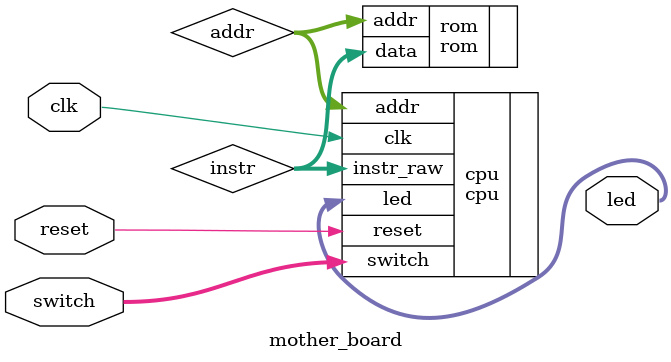
<source format=sv>
`timescale 1ns / 1ps


module mother_board(
    input logic clk,
    input logic reset,
    input logic [3:0] switch,
    output logic [3:0] led
    );
    
    logic [31:0] instr;
    logic [31:0] addr;
    cpu cpu(.clk, .reset, .switch, .led, .addr, .instr_raw(instr));
    rom rom(.addr, .data(instr));
endmodule

</source>
